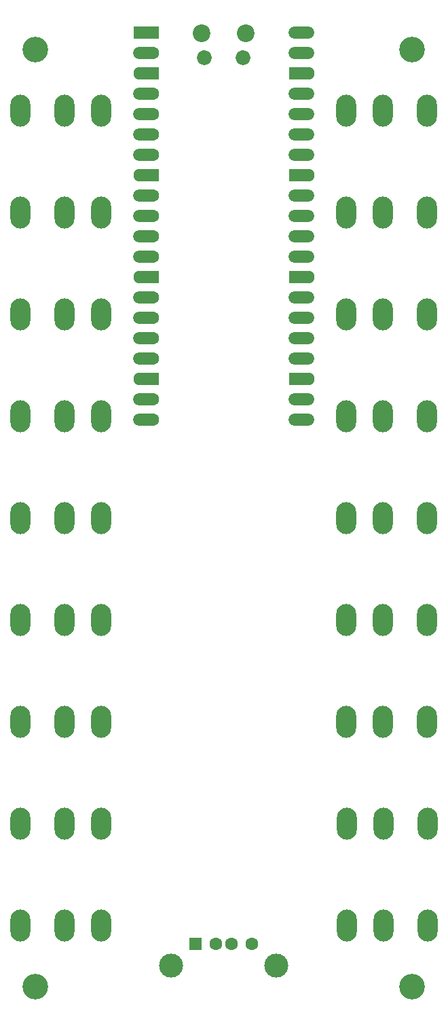
<source format=gbr>
%TF.GenerationSoftware,KiCad,Pcbnew,8.0.0*%
%TF.CreationDate,2024-03-21T17:59:56-04:00*%
%TF.ProjectId,adaptive-2040,61646170-7469-4766-952d-323034302e6b,1*%
%TF.SameCoordinates,Original*%
%TF.FileFunction,Soldermask,Top*%
%TF.FilePolarity,Negative*%
%FSLAX46Y46*%
G04 Gerber Fmt 4.6, Leading zero omitted, Abs format (unit mm)*
G04 Created by KiCad (PCBNEW 8.0.0) date 2024-03-21 17:59:56*
%MOMM*%
%LPD*%
G01*
G04 APERTURE LIST*
G04 Aperture macros list*
%AMRoundRect*
0 Rectangle with rounded corners*
0 $1 Rounding radius*
0 $2 $3 $4 $5 $6 $7 $8 $9 X,Y pos of 4 corners*
0 Add a 4 corners polygon primitive as box body*
4,1,4,$2,$3,$4,$5,$6,$7,$8,$9,$2,$3,0*
0 Add four circle primitives for the rounded corners*
1,1,$1+$1,$2,$3*
1,1,$1+$1,$4,$5*
1,1,$1+$1,$6,$7*
1,1,$1+$1,$8,$9*
0 Add four rect primitives between the rounded corners*
20,1,$1+$1,$2,$3,$4,$5,0*
20,1,$1+$1,$4,$5,$6,$7,0*
20,1,$1+$1,$6,$7,$8,$9,0*
20,1,$1+$1,$8,$9,$2,$3,0*%
%AMFreePoly0*
4,1,28,0.178017,0.779942,0.347107,0.720775,0.498792,0.625465,0.625465,0.498792,0.720775,0.347107,0.779942,0.178017,0.800000,0.000000,0.779942,-0.178017,0.720775,-0.347107,0.625465,-0.498792,0.498792,-0.625465,0.347107,-0.720775,0.178017,-0.779942,0.000000,-0.800000,-2.200000,-0.800000,-2.205014,-0.794986,-2.244504,-0.794986,-2.324698,-0.756366,-2.380194,-0.686777,-2.400000,-0.600000,
-2.400000,0.600000,-2.380194,0.686777,-2.324698,0.756366,-2.244504,0.794986,-2.205014,0.794986,-2.200000,0.800000,0.000000,0.800000,0.178017,0.779942,0.178017,0.779942,$1*%
%AMFreePoly1*
4,1,28,0.605014,0.794986,0.644504,0.794986,0.724698,0.756366,0.780194,0.686777,0.800000,0.600000,0.800000,-0.600000,0.780194,-0.686777,0.724698,-0.756366,0.644504,-0.794986,0.605014,-0.794986,0.600000,-0.800000,0.000000,-0.800000,-0.178017,-0.779942,-0.347107,-0.720775,-0.498792,-0.625465,-0.625465,-0.498792,-0.720775,-0.347107,-0.779942,-0.178017,-0.800000,0.000000,-0.779942,0.178017,
-0.720775,0.347107,-0.625465,0.498792,-0.498792,0.625465,-0.347107,0.720775,-0.178017,0.779942,0.000000,0.800000,0.600000,0.800000,0.605014,0.794986,0.605014,0.794986,$1*%
%AMFreePoly2*
4,1,29,0.605014,0.794986,0.644504,0.794986,0.724698,0.756366,0.780194,0.686777,0.800000,0.600000,0.800000,-0.600000,0.780194,-0.686777,0.724698,-0.756366,0.644504,-0.794986,0.605014,-0.794986,0.600000,-0.800000,0.000000,-0.800000,-1.600000,-0.800000,-1.778017,-0.779942,-1.947107,-0.720775,-2.098792,-0.625465,-2.225465,-0.498792,-2.320775,-0.347107,-2.379942,-0.178017,-2.400000,0.000000,
-2.379942,0.178017,-2.320775,0.347107,-2.225465,0.498792,-2.098792,0.625465,-1.947107,0.720775,-1.778017,0.779942,-1.600000,0.800000,0.600000,0.800000,0.605014,0.794986,0.605014,0.794986,$1*%
%AMFreePoly3*
4,1,28,0.178017,0.779942,0.347107,0.720775,0.498792,0.625465,0.625465,0.498792,0.720775,0.347107,0.779942,0.178017,0.800000,0.000000,0.779942,-0.178017,0.720775,-0.347107,0.625465,-0.498792,0.498792,-0.625465,0.347107,-0.720775,0.178017,-0.779942,0.000000,-0.800000,-0.600000,-0.800000,-0.605014,-0.794986,-0.644504,-0.794986,-0.724698,-0.756366,-0.780194,-0.686777,-0.800000,-0.600000,
-0.800000,0.600000,-0.780194,0.686777,-0.724698,0.756366,-0.644504,0.794986,-0.605014,0.794986,-0.600000,0.800000,0.000000,0.800000,0.178017,0.779942,0.178017,0.779942,$1*%
%AMFreePoly4*
4,1,29,1.778017,0.779942,1.947107,0.720775,2.098792,0.625465,2.225465,0.498792,2.320775,0.347107,2.379942,0.178017,2.400000,0.000000,2.379942,-0.178017,2.320775,-0.347107,2.225465,-0.498792,2.098792,-0.625465,1.947107,-0.720775,1.778017,-0.779942,1.600000,-0.800000,0.000000,-0.800000,-0.600000,-0.800000,-0.605014,-0.794986,-0.644504,-0.794986,-0.724698,-0.756366,-0.780194,-0.686777,
-0.800000,-0.600000,-0.800000,0.600000,-0.780194,0.686777,-0.724698,0.756366,-0.644504,0.794986,-0.605014,0.794986,-0.600000,0.800000,1.600000,0.800000,1.778017,0.779942,1.778017,0.779942,$1*%
G04 Aperture macros list end*
%ADD10O,2.500000X4.000000*%
%ADD11R,1.600000X1.500000*%
%ADD12C,1.600000*%
%ADD13C,3.000000*%
%ADD14C,3.200000*%
%ADD15C,2.200000*%
%ADD16C,1.850000*%
%ADD17RoundRect,0.200000X-0.600000X-0.600000X0.600000X-0.600000X0.600000X0.600000X-0.600000X0.600000X0*%
%ADD18FreePoly0,0.000000*%
%ADD19RoundRect,0.800000X-0.800000X0.000000X0.800000X0.000000X0.800000X0.000000X-0.800000X0.000000X0*%
%ADD20FreePoly1,0.000000*%
%ADD21FreePoly2,0.000000*%
%ADD22FreePoly3,0.000000*%
%ADD23FreePoly4,0.000000*%
G04 APERTURE END LIST*
D10*
%TO.C,J10*%
X78820000Y-200660000D03*
X84320000Y-200660000D03*
X88820000Y-200660000D03*
%TD*%
D11*
%TO.C,J1*%
X100640000Y-202920000D03*
D12*
X103140000Y-202920000D03*
X105140000Y-202920000D03*
X107640000Y-202920000D03*
D13*
X97570000Y-205630000D03*
X110710000Y-205630000D03*
%TD*%
D10*
%TO.C,J2*%
X78820000Y-99060000D03*
X84320000Y-99060000D03*
X88820000Y-99060000D03*
%TD*%
D14*
%TO.C,REF11*%
X80645000Y-91440000D03*
%TD*%
D10*
%TO.C,J14*%
X129460000Y-162560000D03*
X123960000Y-162560000D03*
X119460000Y-162560000D03*
%TD*%
%TO.C,J15*%
X129460000Y-149860000D03*
X123960000Y-149860000D03*
X119460000Y-149860000D03*
%TD*%
%TO.C,J19*%
X129460000Y-99060000D03*
X123960000Y-99060000D03*
X119460000Y-99060000D03*
%TD*%
D14*
%TO.C,REF13*%
X80645000Y-208280000D03*
%TD*%
D10*
%TO.C,J3*%
X78820000Y-111760000D03*
X84320000Y-111760000D03*
X88820000Y-111760000D03*
%TD*%
%TO.C,J12*%
X129540000Y-187960000D03*
X124040000Y-187960000D03*
X119540000Y-187960000D03*
%TD*%
%TO.C,J5*%
X78820000Y-137160000D03*
X84320000Y-137160000D03*
X88820000Y-137160000D03*
%TD*%
%TO.C,J17*%
X129460000Y-124460000D03*
X123960000Y-124460000D03*
X119460000Y-124460000D03*
%TD*%
%TO.C,J4*%
X78820000Y-124460000D03*
X84320000Y-124460000D03*
X88820000Y-124460000D03*
%TD*%
D14*
%TO.C,REF14145235*%
X127635000Y-208280000D03*
%TD*%
D10*
%TO.C,J9*%
X78820000Y-187960000D03*
X84320000Y-187960000D03*
X88820000Y-187960000D03*
%TD*%
%TO.C,J7*%
X78820000Y-162560000D03*
X84320000Y-162560000D03*
X88820000Y-162560000D03*
%TD*%
%TO.C,J16*%
X129460000Y-137160000D03*
X123960000Y-137160000D03*
X119460000Y-137160000D03*
%TD*%
D14*
%TO.C,REF12*%
X127635000Y-91440000D03*
%TD*%
D10*
%TO.C,J6*%
X78820000Y-149860000D03*
X84320000Y-149860000D03*
X88820000Y-149860000D03*
%TD*%
D15*
%TO.C,U1*%
X101415000Y-89407500D03*
D16*
X101715000Y-92437500D03*
X106565000Y-92437500D03*
D15*
X106865000Y-89407500D03*
D17*
X95250000Y-89277500D03*
D18*
X95250000Y-89277500D03*
D12*
X95250000Y-91817500D03*
D19*
X94450000Y-91817500D03*
D20*
X95250000Y-94357500D03*
D21*
X95250000Y-94357500D03*
D12*
X95250000Y-96897500D03*
D19*
X94450000Y-96897500D03*
D12*
X95250000Y-99437500D03*
D19*
X94450000Y-99437500D03*
D12*
X95250000Y-101977500D03*
D19*
X94450000Y-101977500D03*
D12*
X95250000Y-104517500D03*
D19*
X94450000Y-104517500D03*
D20*
X95250000Y-107057500D03*
D21*
X95250000Y-107057500D03*
D12*
X95250000Y-109597500D03*
D19*
X94450000Y-109597500D03*
D12*
X95250000Y-112137500D03*
D19*
X94450000Y-112137500D03*
D12*
X95250000Y-114677500D03*
D19*
X94450000Y-114677500D03*
D12*
X95250000Y-117217500D03*
D19*
X94450000Y-117217500D03*
D20*
X95250000Y-119757500D03*
D21*
X95250000Y-119757500D03*
D12*
X95250000Y-122297500D03*
D19*
X94450000Y-122297500D03*
D12*
X95250000Y-124837500D03*
D19*
X94450000Y-124837500D03*
D12*
X95250000Y-127377500D03*
D19*
X94450000Y-127377500D03*
D12*
X95250000Y-129917500D03*
D19*
X94450000Y-129917500D03*
D20*
X95250000Y-132457500D03*
D21*
X95250000Y-132457500D03*
D12*
X95250000Y-134997500D03*
D19*
X94450000Y-134997500D03*
D12*
X95250000Y-137537500D03*
D19*
X94450000Y-137537500D03*
D12*
X113030000Y-137537500D03*
D19*
X113830000Y-137537500D03*
D12*
X113030000Y-134997500D03*
D19*
X113830000Y-134997500D03*
D22*
X113030000Y-132457500D03*
D23*
X113030000Y-132457500D03*
D12*
X113030000Y-129917500D03*
D19*
X113830000Y-129917500D03*
D12*
X113030000Y-127377500D03*
D19*
X113830000Y-127377500D03*
D12*
X113030000Y-124837500D03*
D19*
X113830000Y-124837500D03*
D12*
X113030000Y-122297500D03*
D19*
X113830000Y-122297500D03*
D22*
X113030000Y-119757500D03*
D23*
X113030000Y-119757500D03*
D12*
X113030000Y-117217500D03*
D19*
X113830000Y-117217500D03*
D12*
X113030000Y-114677500D03*
D19*
X113830000Y-114677500D03*
D12*
X113030000Y-112137500D03*
D19*
X113830000Y-112137500D03*
D12*
X113030000Y-109597500D03*
D19*
X113830000Y-109597500D03*
D22*
X113030000Y-107057500D03*
D23*
X113030000Y-107057500D03*
D12*
X113030000Y-104517500D03*
D19*
X113830000Y-104517500D03*
D12*
X113030000Y-101977500D03*
D19*
X113830000Y-101977500D03*
D12*
X113030000Y-99437500D03*
D19*
X113830000Y-99437500D03*
D12*
X113030000Y-96897500D03*
D19*
X113830000Y-96897500D03*
D22*
X113030000Y-94357500D03*
D23*
X113030000Y-94357500D03*
D12*
X113030000Y-91817500D03*
D19*
X113830000Y-91817500D03*
D12*
X113030000Y-89277500D03*
D19*
X113830000Y-89277500D03*
%TD*%
D10*
%TO.C,J8*%
X78820000Y-175260000D03*
X84320000Y-175260000D03*
X88820000Y-175260000D03*
%TD*%
%TO.C,J11*%
X129540000Y-200660000D03*
X124040000Y-200660000D03*
X119540000Y-200660000D03*
%TD*%
%TO.C,J13*%
X129460000Y-175260000D03*
X123960000Y-175260000D03*
X119460000Y-175260000D03*
%TD*%
%TO.C,J18*%
X129460000Y-111760000D03*
X123960000Y-111760000D03*
X119460000Y-111760000D03*
%TD*%
M02*

</source>
